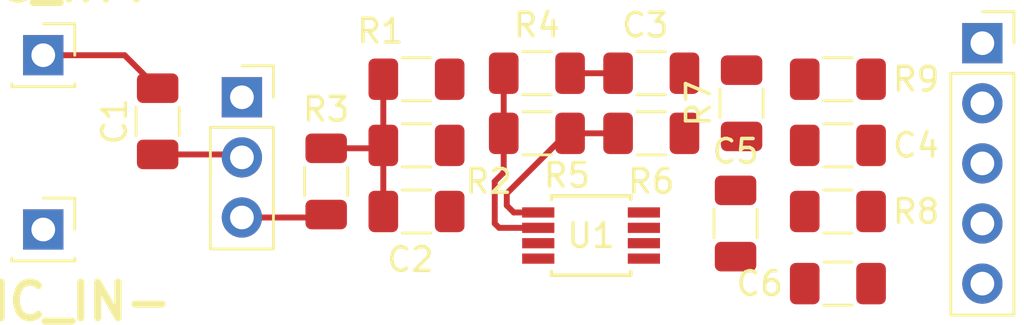
<source format=kicad_pcb>
(kicad_pcb (version 20171130) (host pcbnew "(5.1.6)-1")

  (general
    (thickness 1.6)
    (drawings 7)
    (tracks 23)
    (zones 0)
    (modules 20)
    (nets 15)
  )

  (page A4)
  (title_block
    (title "Input Signal Conditioner (ISC)")
    (date 2020-10-23)
    (rev A)
    (company "Senior Design FA20/SP21")
    (comment 1 "Designer: David Pierce Walker-Howell")
  )

  (layers
    (0 F.Cu signal)
    (31 B.Cu signal)
    (32 B.Adhes user hide)
    (33 F.Adhes user hide)
    (34 B.Paste user hide)
    (35 F.Paste user hide)
    (36 B.SilkS user)
    (37 F.SilkS user hide)
    (38 B.Mask user hide)
    (39 F.Mask user hide)
    (40 Dwgs.User user hide)
    (41 Cmts.User user hide)
    (42 Eco1.User user hide)
    (43 Eco2.User user hide)
    (44 Edge.Cuts user)
    (45 Margin user hide)
    (46 B.CrtYd user)
    (47 F.CrtYd user)
    (48 B.Fab user hide)
    (49 F.Fab user hide)
  )

  (setup
    (last_trace_width 0.25)
    (trace_clearance 0.2)
    (zone_clearance 0.508)
    (zone_45_only no)
    (trace_min 0.2)
    (via_size 0.8)
    (via_drill 0.4)
    (via_min_size 0.4)
    (via_min_drill 0.3)
    (uvia_size 0.3)
    (uvia_drill 0.1)
    (uvias_allowed no)
    (uvia_min_size 0.2)
    (uvia_min_drill 0.1)
    (edge_width 0.05)
    (segment_width 0.2)
    (pcb_text_width 0.3)
    (pcb_text_size 1.5 1.5)
    (mod_edge_width 0.12)
    (mod_text_size 1 1)
    (mod_text_width 0.15)
    (pad_size 1.25 1.75)
    (pad_drill 0)
    (pad_to_mask_clearance 0.05)
    (aux_axis_origin 0 0)
    (visible_elements 7FFFFFFF)
    (pcbplotparams
      (layerselection 0x010fc_ffffffff)
      (usegerberextensions false)
      (usegerberattributes true)
      (usegerberadvancedattributes true)
      (creategerberjobfile true)
      (excludeedgelayer true)
      (linewidth 0.100000)
      (plotframeref false)
      (viasonmask false)
      (mode 1)
      (useauxorigin false)
      (hpglpennumber 1)
      (hpglpenspeed 20)
      (hpglpendiameter 15.000000)
      (psnegative false)
      (psa4output false)
      (plotreference true)
      (plotvalue true)
      (plotinvisibletext false)
      (padsonsilk false)
      (subtractmaskfromsilk false)
      (outputformat 1)
      (mirror false)
      (drillshape 1)
      (scaleselection 1)
      (outputdirectory ""))
  )

  (net 0 "")
  (net 1 "Net-(C1-Pad1)")
  (net 2 MIC_IN+)
  (net 3 GND)
  (net 4 "Net-(C2-Pad1)")
  (net 5 "Net-(C3-Pad1)")
  (net 6 "Net-(C4-Pad1)")
  (net 7 "Net-(C5-Pad2)")
  (net 8 3.3V)
  (net 9 ADC_IN)
  (net 10 BYPASS)
  (net 11 "Net-(R4-Pad1)")
  (net 12 /FILT_OUT)
  (net 13 /FILT_IN)
  (net 14 /AMP_IN)

  (net_class Default "This is the default net class."
    (clearance 0.2)
    (trace_width 0.25)
    (via_dia 0.8)
    (via_drill 0.4)
    (uvia_dia 0.3)
    (uvia_drill 0.1)
    (add_net /AMP_IN)
    (add_net /FILT_IN)
    (add_net /FILT_OUT)
    (add_net 3.3V)
    (add_net ADC_IN)
    (add_net BYPASS)
    (add_net GND)
    (add_net MIC_IN+)
    (add_net "Net-(C1-Pad1)")
    (add_net "Net-(C2-Pad1)")
    (add_net "Net-(C3-Pad1)")
    (add_net "Net-(C4-Pad1)")
    (add_net "Net-(C5-Pad2)")
    (add_net "Net-(R4-Pad1)")
  )

  (net_class 2_SIGNAL_SDSU_MILL ""
    (clearance 0.2)
    (trace_width 0.7)
    (via_dia 1.4)
    (via_drill 0.7)
    (uvia_dia 0.3)
    (uvia_drill 0.1)
  )

  (net_class PWR_SDSU_MILL ""
    (clearance 0.9)
    (trace_width 1.27)
    (via_dia 1.4)
    (via_drill 0.7)
    (uvia_dia 0.3)
    (uvia_drill 0.1)
  )

  (net_class SIGNAL_SDSU_MILL ""
    (clearance 0.9)
    (trace_width 0.7)
    (via_dia 1.4)
    (via_drill 0.7)
    (uvia_dia 0.3)
    (uvia_drill 0.1)
  )

  (module Capacitor_SMD:C_1206_3216Metric (layer F.Cu) (tedit 5B301BBE) (tstamp 5F943C8C)
    (at 118.364 93.98 90)
    (descr "Capacitor SMD 1206 (3216 Metric), square (rectangular) end terminal, IPC_7351 nominal, (Body size source: http://www.tortai-tech.com/upload/download/2011102023233369053.pdf), generated with kicad-footprint-generator")
    (tags capacitor)
    (path /5F907010)
    (attr smd)
    (fp_text reference C1 (at 0 -1.82 90) (layer F.SilkS)
      (effects (font (size 1 1) (thickness 0.15)))
    )
    (fp_text value 220n (at 0 1.82 90) (layer F.Fab)
      (effects (font (size 1 1) (thickness 0.15)))
    )
    (fp_line (start -1.6 0.8) (end -1.6 -0.8) (layer F.Fab) (width 0.1))
    (fp_line (start -1.6 -0.8) (end 1.6 -0.8) (layer F.Fab) (width 0.1))
    (fp_line (start 1.6 -0.8) (end 1.6 0.8) (layer F.Fab) (width 0.1))
    (fp_line (start 1.6 0.8) (end -1.6 0.8) (layer F.Fab) (width 0.1))
    (fp_line (start -0.602064 -0.91) (end 0.602064 -0.91) (layer F.SilkS) (width 0.12))
    (fp_line (start -0.602064 0.91) (end 0.602064 0.91) (layer F.SilkS) (width 0.12))
    (fp_line (start -2.28 1.12) (end -2.28 -1.12) (layer F.CrtYd) (width 0.05))
    (fp_line (start -2.28 -1.12) (end 2.28 -1.12) (layer F.CrtYd) (width 0.05))
    (fp_line (start 2.28 -1.12) (end 2.28 1.12) (layer F.CrtYd) (width 0.05))
    (fp_line (start 2.28 1.12) (end -2.28 1.12) (layer F.CrtYd) (width 0.05))
    (fp_text user %R (at 0 0 90) (layer F.Fab)
      (effects (font (size 0.8 0.8) (thickness 0.12)))
    )
    (pad 1 smd roundrect (at -1.4 0 90) (size 1.25 1.75) (layers F.Cu F.Paste F.Mask) (roundrect_rratio 0.2)
      (net 1 "Net-(C1-Pad1)"))
    (pad 2 smd roundrect (at 1.4 0 90) (size 1.25 1.75) (layers F.Cu F.Paste F.Mask) (roundrect_rratio 0.2)
      (net 2 MIC_IN+))
    (model ${KISYS3DMOD}/Capacitor_SMD.3dshapes/C_1206_3216Metric.wrl
      (at (xyz 0 0 0))
      (scale (xyz 1 1 1))
      (rotate (xyz 0 0 0))
    )
  )

  (module Capacitor_SMD:C_1206_3216Metric (layer F.Cu) (tedit 5B301BBE) (tstamp 5F943C9D)
    (at 129.286 97.79)
    (descr "Capacitor SMD 1206 (3216 Metric), square (rectangular) end terminal, IPC_7351 nominal, (Body size source: http://www.tortai-tech.com/upload/download/2011102023233369053.pdf), generated with kicad-footprint-generator")
    (tags capacitor)
    (path /5F905525)
    (attr smd)
    (fp_text reference C2 (at -0.254 2.032) (layer F.SilkS)
      (effects (font (size 1 1) (thickness 0.15)))
    )
    (fp_text value 4.7u (at 0 1.82) (layer F.Fab)
      (effects (font (size 1 1) (thickness 0.15)))
    )
    (fp_line (start 2.28 1.12) (end -2.28 1.12) (layer F.CrtYd) (width 0.05))
    (fp_line (start 2.28 -1.12) (end 2.28 1.12) (layer F.CrtYd) (width 0.05))
    (fp_line (start -2.28 -1.12) (end 2.28 -1.12) (layer F.CrtYd) (width 0.05))
    (fp_line (start -2.28 1.12) (end -2.28 -1.12) (layer F.CrtYd) (width 0.05))
    (fp_line (start -0.602064 0.91) (end 0.602064 0.91) (layer F.SilkS) (width 0.12))
    (fp_line (start -0.602064 -0.91) (end 0.602064 -0.91) (layer F.SilkS) (width 0.12))
    (fp_line (start 1.6 0.8) (end -1.6 0.8) (layer F.Fab) (width 0.1))
    (fp_line (start 1.6 -0.8) (end 1.6 0.8) (layer F.Fab) (width 0.1))
    (fp_line (start -1.6 -0.8) (end 1.6 -0.8) (layer F.Fab) (width 0.1))
    (fp_line (start -1.6 0.8) (end -1.6 -0.8) (layer F.Fab) (width 0.1))
    (fp_text user %R (at 0 0) (layer F.Fab)
      (effects (font (size 0.8 0.8) (thickness 0.12)))
    )
    (pad 2 smd roundrect (at 1.4 0) (size 1.25 1.75) (layers F.Cu F.Paste F.Mask) (roundrect_rratio 0.2)
      (net 3 GND))
    (pad 1 smd roundrect (at -1.4 0) (size 1.25 1.75) (layers F.Cu F.Paste F.Mask) (roundrect_rratio 0.2)
      (net 4 "Net-(C2-Pad1)"))
    (model ${KISYS3DMOD}/Capacitor_SMD.3dshapes/C_1206_3216Metric.wrl
      (at (xyz 0 0 0))
      (scale (xyz 1 1 1))
      (rotate (xyz 0 0 0))
    )
  )

  (module Capacitor_SMD:C_1206_3216Metric (layer F.Cu) (tedit 5B301BBE) (tstamp 5F943CAE)
    (at 139.192 91.948)
    (descr "Capacitor SMD 1206 (3216 Metric), square (rectangular) end terminal, IPC_7351 nominal, (Body size source: http://www.tortai-tech.com/upload/download/2011102023233369053.pdf), generated with kicad-footprint-generator")
    (tags capacitor)
    (path /5F90DD24)
    (attr smd)
    (fp_text reference C3 (at -0.254 -2.032) (layer F.SilkS)
      (effects (font (size 1 1) (thickness 0.15)))
    )
    (fp_text value 4.7u (at 0 1.82) (layer F.Fab)
      (effects (font (size 1 1) (thickness 0.15)))
    )
    (fp_line (start -1.6 0.8) (end -1.6 -0.8) (layer F.Fab) (width 0.1))
    (fp_line (start -1.6 -0.8) (end 1.6 -0.8) (layer F.Fab) (width 0.1))
    (fp_line (start 1.6 -0.8) (end 1.6 0.8) (layer F.Fab) (width 0.1))
    (fp_line (start 1.6 0.8) (end -1.6 0.8) (layer F.Fab) (width 0.1))
    (fp_line (start -0.602064 -0.91) (end 0.602064 -0.91) (layer F.SilkS) (width 0.12))
    (fp_line (start -0.602064 0.91) (end 0.602064 0.91) (layer F.SilkS) (width 0.12))
    (fp_line (start -2.28 1.12) (end -2.28 -1.12) (layer F.CrtYd) (width 0.05))
    (fp_line (start -2.28 -1.12) (end 2.28 -1.12) (layer F.CrtYd) (width 0.05))
    (fp_line (start 2.28 -1.12) (end 2.28 1.12) (layer F.CrtYd) (width 0.05))
    (fp_line (start 2.28 1.12) (end -2.28 1.12) (layer F.CrtYd) (width 0.05))
    (fp_text user %R (at 0 0) (layer F.Fab)
      (effects (font (size 0.8 0.8) (thickness 0.12)))
    )
    (pad 1 smd roundrect (at -1.4 0) (size 1.25 1.75) (layers F.Cu F.Paste F.Mask) (roundrect_rratio 0.2)
      (net 5 "Net-(C3-Pad1)"))
    (pad 2 smd roundrect (at 1.4 0) (size 1.25 1.75) (layers F.Cu F.Paste F.Mask) (roundrect_rratio 0.2)
      (net 3 GND))
    (model ${KISYS3DMOD}/Capacitor_SMD.3dshapes/C_1206_3216Metric.wrl
      (at (xyz 0 0 0))
      (scale (xyz 1 1 1))
      (rotate (xyz 0 0 0))
    )
  )

  (module Capacitor_SMD:C_1206_3216Metric (layer F.Cu) (tedit 5B301BBE) (tstamp 5F943CBF)
    (at 147.066 94.996)
    (descr "Capacitor SMD 1206 (3216 Metric), square (rectangular) end terminal, IPC_7351 nominal, (Body size source: http://www.tortai-tech.com/upload/download/2011102023233369053.pdf), generated with kicad-footprint-generator")
    (tags capacitor)
    (path /5F90235B)
    (attr smd)
    (fp_text reference C4 (at 3.302 0) (layer F.SilkS)
      (effects (font (size 1 1) (thickness 0.15)))
    )
    (fp_text value 2.5n (at 0 1.82) (layer F.Fab)
      (effects (font (size 1 1) (thickness 0.15)))
    )
    (fp_line (start 2.28 1.12) (end -2.28 1.12) (layer F.CrtYd) (width 0.05))
    (fp_line (start 2.28 -1.12) (end 2.28 1.12) (layer F.CrtYd) (width 0.05))
    (fp_line (start -2.28 -1.12) (end 2.28 -1.12) (layer F.CrtYd) (width 0.05))
    (fp_line (start -2.28 1.12) (end -2.28 -1.12) (layer F.CrtYd) (width 0.05))
    (fp_line (start -0.602064 0.91) (end 0.602064 0.91) (layer F.SilkS) (width 0.12))
    (fp_line (start -0.602064 -0.91) (end 0.602064 -0.91) (layer F.SilkS) (width 0.12))
    (fp_line (start 1.6 0.8) (end -1.6 0.8) (layer F.Fab) (width 0.1))
    (fp_line (start 1.6 -0.8) (end 1.6 0.8) (layer F.Fab) (width 0.1))
    (fp_line (start -1.6 -0.8) (end 1.6 -0.8) (layer F.Fab) (width 0.1))
    (fp_line (start -1.6 0.8) (end -1.6 -0.8) (layer F.Fab) (width 0.1))
    (fp_text user %R (at 0 0) (layer F.Fab)
      (effects (font (size 0.8 0.8) (thickness 0.12)))
    )
    (pad 2 smd roundrect (at 1.4 0) (size 1.25 1.75) (layers F.Cu F.Paste F.Mask) (roundrect_rratio 0.2)
      (net 3 GND))
    (pad 1 smd roundrect (at -1.4 0) (size 1.25 1.75) (layers F.Cu F.Paste F.Mask) (roundrect_rratio 0.2)
      (net 6 "Net-(C4-Pad1)"))
    (model ${KISYS3DMOD}/Capacitor_SMD.3dshapes/C_1206_3216Metric.wrl
      (at (xyz 0 0 0))
      (scale (xyz 1 1 1))
      (rotate (xyz 0 0 0))
    )
  )

  (module Capacitor_SMD:C_1206_3216Metric (layer F.Cu) (tedit 5B301BBE) (tstamp 5F948171)
    (at 142.748 98.298 90)
    (descr "Capacitor SMD 1206 (3216 Metric), square (rectangular) end terminal, IPC_7351 nominal, (Body size source: http://www.tortai-tech.com/upload/download/2011102023233369053.pdf), generated with kicad-footprint-generator")
    (tags capacitor)
    (path /5F94FD5B)
    (attr smd)
    (fp_text reference C5 (at 3.048 0 180) (layer F.SilkS)
      (effects (font (size 1 1) (thickness 0.15)))
    )
    (fp_text value 5n (at 0 1.82 90) (layer F.Fab)
      (effects (font (size 1 1) (thickness 0.15)))
    )
    (fp_line (start -1.6 0.8) (end -1.6 -0.8) (layer F.Fab) (width 0.1))
    (fp_line (start -1.6 -0.8) (end 1.6 -0.8) (layer F.Fab) (width 0.1))
    (fp_line (start 1.6 -0.8) (end 1.6 0.8) (layer F.Fab) (width 0.1))
    (fp_line (start 1.6 0.8) (end -1.6 0.8) (layer F.Fab) (width 0.1))
    (fp_line (start -0.602064 -0.91) (end 0.602064 -0.91) (layer F.SilkS) (width 0.12))
    (fp_line (start -0.602064 0.91) (end 0.602064 0.91) (layer F.SilkS) (width 0.12))
    (fp_line (start -2.28 1.12) (end -2.28 -1.12) (layer F.CrtYd) (width 0.05))
    (fp_line (start -2.28 -1.12) (end 2.28 -1.12) (layer F.CrtYd) (width 0.05))
    (fp_line (start 2.28 -1.12) (end 2.28 1.12) (layer F.CrtYd) (width 0.05))
    (fp_line (start 2.28 1.12) (end -2.28 1.12) (layer F.CrtYd) (width 0.05))
    (fp_text user %R (at 0 0 90) (layer F.Fab)
      (effects (font (size 0.8 0.8) (thickness 0.12)))
    )
    (pad 1 smd roundrect (at -1.4 0 90) (size 1.25 1.75) (layers F.Cu F.Paste F.Mask) (roundrect_rratio 0.2)
      (net 12 /FILT_OUT))
    (pad 2 smd roundrect (at 1.4 0 90) (size 1.25 1.75) (layers F.Cu F.Paste F.Mask) (roundrect_rratio 0.2)
      (net 7 "Net-(C5-Pad2)"))
    (model ${KISYS3DMOD}/Capacitor_SMD.3dshapes/C_1206_3216Metric.wrl
      (at (xyz 0 0 0))
      (scale (xyz 1 1 1))
      (rotate (xyz 0 0 0))
    )
  )

  (module Capacitor_SMD:C_1206_3216Metric (layer F.Cu) (tedit 5B301BBE) (tstamp 5F944925)
    (at 147.066 100.838 180)
    (descr "Capacitor SMD 1206 (3216 Metric), square (rectangular) end terminal, IPC_7351 nominal, (Body size source: http://www.tortai-tech.com/upload/download/2011102023233369053.pdf), generated with kicad-footprint-generator")
    (tags capacitor)
    (path /5F9621B2)
    (attr smd)
    (fp_text reference C6 (at 3.302 0) (layer F.SilkS)
      (effects (font (size 1 1) (thickness 0.15)))
    )
    (fp_text value 0.1u (at 0 1.82) (layer F.Fab)
      (effects (font (size 1 1) (thickness 0.15)))
    )
    (fp_line (start 2.28 1.12) (end -2.28 1.12) (layer F.CrtYd) (width 0.05))
    (fp_line (start 2.28 -1.12) (end 2.28 1.12) (layer F.CrtYd) (width 0.05))
    (fp_line (start -2.28 -1.12) (end 2.28 -1.12) (layer F.CrtYd) (width 0.05))
    (fp_line (start -2.28 1.12) (end -2.28 -1.12) (layer F.CrtYd) (width 0.05))
    (fp_line (start -0.602064 0.91) (end 0.602064 0.91) (layer F.SilkS) (width 0.12))
    (fp_line (start -0.602064 -0.91) (end 0.602064 -0.91) (layer F.SilkS) (width 0.12))
    (fp_line (start 1.6 0.8) (end -1.6 0.8) (layer F.Fab) (width 0.1))
    (fp_line (start 1.6 -0.8) (end 1.6 0.8) (layer F.Fab) (width 0.1))
    (fp_line (start -1.6 -0.8) (end 1.6 -0.8) (layer F.Fab) (width 0.1))
    (fp_line (start -1.6 0.8) (end -1.6 -0.8) (layer F.Fab) (width 0.1))
    (fp_text user %R (at 0 0) (layer F.Fab)
      (effects (font (size 0.8 0.8) (thickness 0.12)))
    )
    (pad 2 smd roundrect (at 1.4 0 180) (size 1.25 1.75) (layers F.Cu F.Paste F.Mask) (roundrect_rratio 0.2)
      (net 3 GND))
    (pad 1 smd roundrect (at -1.4 0 180) (size 1.25 1.75) (layers F.Cu F.Paste F.Mask) (roundrect_rratio 0.2)
      (net 8 3.3V))
    (model ${KISYS3DMOD}/Capacitor_SMD.3dshapes/C_1206_3216Metric.wrl
      (at (xyz 0 0 0))
      (scale (xyz 1 1 1))
      (rotate (xyz 0 0 0))
    )
  )

  (module Connector_PinSocket_2.54mm:PinSocket_1x01_P2.54mm_Vertical (layer F.Cu) (tedit 5A19A434) (tstamp 5F9441C6)
    (at 113.538 91.186)
    (descr "Through hole straight socket strip, 1x01, 2.54mm pitch, single row (from Kicad 4.0.7), script generated")
    (tags "Through hole socket strip THT 1x01 2.54mm single row")
    (path /5F94CBF1)
    (fp_text reference J1 (at 0 -2.77) (layer F.SilkS) hide
      (effects (font (size 1 1) (thickness 0.15)))
    )
    (fp_text value Conn_01x01 (at 0 2.77) (layer F.Fab) hide
      (effects (font (size 1 1) (thickness 0.15)))
    )
    (fp_line (start -1.8 1.75) (end -1.8 -1.8) (layer F.CrtYd) (width 0.05))
    (fp_line (start 1.75 1.75) (end -1.8 1.75) (layer F.CrtYd) (width 0.05))
    (fp_line (start 1.75 -1.8) (end 1.75 1.75) (layer F.CrtYd) (width 0.05))
    (fp_line (start -1.8 -1.8) (end 1.75 -1.8) (layer F.CrtYd) (width 0.05))
    (fp_line (start 0 -1.33) (end 1.33 -1.33) (layer F.SilkS) (width 0.12))
    (fp_line (start 1.33 -1.33) (end 1.33 0) (layer F.SilkS) (width 0.12))
    (fp_line (start 1.33 1.21) (end 1.33 1.33) (layer F.SilkS) (width 0.12))
    (fp_line (start -1.33 1.21) (end -1.33 1.33) (layer F.SilkS) (width 0.12))
    (fp_line (start -1.33 1.33) (end 1.33 1.33) (layer F.SilkS) (width 0.12))
    (fp_line (start -1.27 1.27) (end -1.27 -1.27) (layer F.Fab) (width 0.1))
    (fp_line (start 1.27 1.27) (end -1.27 1.27) (layer F.Fab) (width 0.1))
    (fp_line (start 1.27 -0.635) (end 1.27 1.27) (layer F.Fab) (width 0.1))
    (fp_line (start 0.635 -1.27) (end 1.27 -0.635) (layer F.Fab) (width 0.1))
    (fp_line (start -1.27 -1.27) (end 0.635 -1.27) (layer F.Fab) (width 0.1))
    (fp_text user %R (at 0 0) (layer F.Fab) hide
      (effects (font (size 1 1) (thickness 0.15)))
    )
    (pad 1 thru_hole rect (at 0 0) (size 1.7 1.7) (drill 1) (layers *.Cu *.Mask)
      (net 2 MIC_IN+))
    (model ${KISYS3DMOD}/Connector_PinSocket_2.54mm.3dshapes/PinSocket_1x01_P2.54mm_Vertical.wrl
      (at (xyz 0 0 0))
      (scale (xyz 1 1 1))
      (rotate (xyz 0 0 0))
    )
  )

  (module Connector_PinSocket_2.54mm:PinSocket_1x01_P2.54mm_Vertical (layer F.Cu) (tedit 5A19A434) (tstamp 5F944262)
    (at 113.538 98.552)
    (descr "Through hole straight socket strip, 1x01, 2.54mm pitch, single row (from Kicad 4.0.7), script generated")
    (tags "Through hole socket strip THT 1x01 2.54mm single row")
    (path /5F9504CB)
    (fp_text reference J2 (at 0 -2.77) (layer F.SilkS) hide
      (effects (font (size 1 1) (thickness 0.15)))
    )
    (fp_text value Conn_01x01 (at 0 2.77) (layer F.Fab) hide
      (effects (font (size 1 1) (thickness 0.15)))
    )
    (fp_line (start -1.27 -1.27) (end 0.635 -1.27) (layer F.Fab) (width 0.1))
    (fp_line (start 0.635 -1.27) (end 1.27 -0.635) (layer F.Fab) (width 0.1))
    (fp_line (start 1.27 -0.635) (end 1.27 1.27) (layer F.Fab) (width 0.1))
    (fp_line (start 1.27 1.27) (end -1.27 1.27) (layer F.Fab) (width 0.1))
    (fp_line (start -1.27 1.27) (end -1.27 -1.27) (layer F.Fab) (width 0.1))
    (fp_line (start -1.33 1.33) (end 1.33 1.33) (layer F.SilkS) (width 0.12))
    (fp_line (start -1.33 1.21) (end -1.33 1.33) (layer F.SilkS) (width 0.12))
    (fp_line (start 1.33 1.21) (end 1.33 1.33) (layer F.SilkS) (width 0.12))
    (fp_line (start 1.33 -1.33) (end 1.33 0) (layer F.SilkS) (width 0.12))
    (fp_line (start 0 -1.33) (end 1.33 -1.33) (layer F.SilkS) (width 0.12))
    (fp_line (start -1.8 -1.8) (end 1.75 -1.8) (layer F.CrtYd) (width 0.05))
    (fp_line (start 1.75 -1.8) (end 1.75 1.75) (layer F.CrtYd) (width 0.05))
    (fp_line (start 1.75 1.75) (end -1.8 1.75) (layer F.CrtYd) (width 0.05))
    (fp_line (start -1.8 1.75) (end -1.8 -1.8) (layer F.CrtYd) (width 0.05))
    (fp_text user %R (at 0 0) (layer F.Fab) hide
      (effects (font (size 1 1) (thickness 0.15)))
    )
    (pad 1 thru_hole rect (at 0 0) (size 1.7 1.7) (drill 1) (layers *.Cu *.Mask)
      (net 3 GND))
    (model ${KISYS3DMOD}/Connector_PinSocket_2.54mm.3dshapes/PinSocket_1x01_P2.54mm_Vertical.wrl
      (at (xyz 0 0 0))
      (scale (xyz 1 1 1))
      (rotate (xyz 0 0 0))
    )
  )

  (module Connector_PinSocket_2.54mm:PinSocket_1x05_P2.54mm_Vertical (layer F.Cu) (tedit 5A19A420) (tstamp 5F943D22)
    (at 153.162 90.678)
    (descr "Through hole straight socket strip, 1x05, 2.54mm pitch, single row (from Kicad 4.0.7), script generated")
    (tags "Through hole socket strip THT 1x05 2.54mm single row")
    (path /5F91BE34)
    (fp_text reference J3 (at 0 -2.77) (layer F.SilkS) hide
      (effects (font (size 1 1) (thickness 0.15)))
    )
    (fp_text value Conn_01x05 (at 3.556 12.7) (layer F.Fab) hide
      (effects (font (size 1 1) (thickness 0.15)))
    )
    (fp_line (start -1.27 -1.27) (end 0.635 -1.27) (layer F.Fab) (width 0.1))
    (fp_line (start 0.635 -1.27) (end 1.27 -0.635) (layer F.Fab) (width 0.1))
    (fp_line (start 1.27 -0.635) (end 1.27 11.43) (layer F.Fab) (width 0.1))
    (fp_line (start 1.27 11.43) (end -1.27 11.43) (layer F.Fab) (width 0.1))
    (fp_line (start -1.27 11.43) (end -1.27 -1.27) (layer F.Fab) (width 0.1))
    (fp_line (start -1.33 1.27) (end 1.33 1.27) (layer F.SilkS) (width 0.12))
    (fp_line (start -1.33 1.27) (end -1.33 11.49) (layer F.SilkS) (width 0.12))
    (fp_line (start -1.33 11.49) (end 1.33 11.49) (layer F.SilkS) (width 0.12))
    (fp_line (start 1.33 1.27) (end 1.33 11.49) (layer F.SilkS) (width 0.12))
    (fp_line (start 1.33 -1.33) (end 1.33 0) (layer F.SilkS) (width 0.12))
    (fp_line (start 0 -1.33) (end 1.33 -1.33) (layer F.SilkS) (width 0.12))
    (fp_line (start -1.8 -1.8) (end 1.75 -1.8) (layer F.CrtYd) (width 0.05))
    (fp_line (start 1.75 -1.8) (end 1.75 11.9) (layer F.CrtYd) (width 0.05))
    (fp_line (start 1.75 11.9) (end -1.8 11.9) (layer F.CrtYd) (width 0.05))
    (fp_line (start -1.8 11.9) (end -1.8 -1.8) (layer F.CrtYd) (width 0.05))
    (fp_text user %R (at 0 5.08 90) (layer F.Fab) hide
      (effects (font (size 1 1) (thickness 0.15)))
    )
    (pad 1 thru_hole rect (at 0 0) (size 1.7 1.7) (drill 1) (layers *.Cu *.Mask)
      (net 3 GND))
    (pad 2 thru_hole oval (at 0 2.54) (size 1.7 1.7) (drill 1) (layers *.Cu *.Mask)
      (net 10 BYPASS))
    (pad 3 thru_hole oval (at 0 5.08) (size 1.7 1.7) (drill 1) (layers *.Cu *.Mask)
      (net 9 ADC_IN))
    (pad 4 thru_hole oval (at 0 7.62) (size 1.7 1.7) (drill 1) (layers *.Cu *.Mask)
      (net 3 GND))
    (pad 5 thru_hole oval (at 0 10.16) (size 1.7 1.7) (drill 1) (layers *.Cu *.Mask)
      (net 8 3.3V))
    (model ${KISYS3DMOD}/Connector_PinSocket_2.54mm.3dshapes/PinSocket_1x05_P2.54mm_Vertical.wrl
      (at (xyz 0 0 0))
      (scale (xyz 1 1 1))
      (rotate (xyz 0 0 0))
    )
  )

  (module Connector_PinSocket_2.54mm:PinSocket_1x03_P2.54mm_Vertical (layer F.Cu) (tedit 5A19A429) (tstamp 5F945A38)
    (at 121.92 92.964)
    (descr "Through hole straight socket strip, 1x03, 2.54mm pitch, single row (from Kicad 4.0.7), script generated")
    (tags "Through hole socket strip THT 1x03 2.54mm single row")
    (path /5F90B259)
    (fp_text reference J4 (at 0 -2.77) (layer F.SilkS) hide
      (effects (font (size 1 1) (thickness 0.15)))
    )
    (fp_text value Conn_01x03 (at 6.604 -3.048) (layer F.Fab) hide
      (effects (font (size 1 1) (thickness 0.15)))
    )
    (fp_line (start -1.27 -1.27) (end 0.635 -1.27) (layer F.Fab) (width 0.1))
    (fp_line (start 0.635 -1.27) (end 1.27 -0.635) (layer F.Fab) (width 0.1))
    (fp_line (start 1.27 -0.635) (end 1.27 6.35) (layer F.Fab) (width 0.1))
    (fp_line (start 1.27 6.35) (end -1.27 6.35) (layer F.Fab) (width 0.1))
    (fp_line (start -1.27 6.35) (end -1.27 -1.27) (layer F.Fab) (width 0.1))
    (fp_line (start -1.33 1.27) (end 1.33 1.27) (layer F.SilkS) (width 0.12))
    (fp_line (start -1.33 1.27) (end -1.33 6.41) (layer F.SilkS) (width 0.12))
    (fp_line (start -1.33 6.41) (end 1.33 6.41) (layer F.SilkS) (width 0.12))
    (fp_line (start 1.33 1.27) (end 1.33 6.41) (layer F.SilkS) (width 0.12))
    (fp_line (start 1.33 -1.33) (end 1.33 0) (layer F.SilkS) (width 0.12))
    (fp_line (start 0 -1.33) (end 1.33 -1.33) (layer F.SilkS) (width 0.12))
    (fp_line (start -1.8 -1.8) (end 1.75 -1.8) (layer F.CrtYd) (width 0.05))
    (fp_line (start 1.75 -1.8) (end 1.75 6.85) (layer F.CrtYd) (width 0.05))
    (fp_line (start 1.75 6.85) (end -1.8 6.85) (layer F.CrtYd) (width 0.05))
    (fp_line (start -1.8 6.85) (end -1.8 -1.8) (layer F.CrtYd) (width 0.05))
    (fp_text user %R (at 0 2.54 90) (layer F.Fab) hide
      (effects (font (size 1 1) (thickness 0.15)))
    )
    (pad 1 thru_hole rect (at 0 0) (size 1.7 1.7) (drill 1) (layers *.Cu *.Mask)
      (net 10 BYPASS))
    (pad 2 thru_hole oval (at 0 2.54) (size 1.7 1.7) (drill 1) (layers *.Cu *.Mask)
      (net 1 "Net-(C1-Pad1)"))
    (pad 3 thru_hole oval (at 0 5.08) (size 1.7 1.7) (drill 1) (layers *.Cu *.Mask)
      (net 14 /AMP_IN))
    (model ${KISYS3DMOD}/Connector_PinSocket_2.54mm.3dshapes/PinSocket_1x03_P2.54mm_Vertical.wrl
      (at (xyz 0 0 0))
      (scale (xyz 1 1 1))
      (rotate (xyz 0 0 0))
    )
  )

  (module Resistor_SMD:R_1206_3216Metric (layer F.Cu) (tedit 5F93265E) (tstamp 5F943D4A)
    (at 129.286 92.202 180)
    (descr "Resistor SMD 1206 (3216 Metric), square (rectangular) end terminal, IPC_7351 nominal, (Body size source: http://www.tortai-tech.com/upload/download/2011102023233369053.pdf), generated with kicad-footprint-generator")
    (tags resistor)
    (path /5F90209C)
    (attr smd)
    (fp_text reference R1 (at 1.524 2.032) (layer F.SilkS)
      (effects (font (size 1 1) (thickness 0.15)))
    )
    (fp_text value 50K (at 0 1.82) (layer F.Fab) hide
      (effects (font (size 1 1) (thickness 0.15)))
    )
    (fp_line (start 2.28 1.12) (end -2.28 1.12) (layer F.CrtYd) (width 0.05))
    (fp_line (start 2.28 -1.12) (end 2.28 1.12) (layer F.CrtYd) (width 0.05))
    (fp_line (start -2.28 -1.12) (end 2.28 -1.12) (layer F.CrtYd) (width 0.05))
    (fp_line (start -2.28 1.12) (end -2.28 -1.12) (layer F.CrtYd) (width 0.05))
    (fp_line (start -0.602064 0.91) (end 0.602064 0.91) (layer F.SilkS) (width 0.12))
    (fp_line (start -0.602064 -0.91) (end 0.602064 -0.91) (layer F.SilkS) (width 0.12))
    (fp_line (start 1.6 0.8) (end -1.6 0.8) (layer F.Fab) (width 0.1))
    (fp_line (start 1.6 -0.8) (end 1.6 0.8) (layer F.Fab) (width 0.1))
    (fp_line (start -1.6 -0.8) (end 1.6 -0.8) (layer F.Fab) (width 0.1))
    (fp_line (start -1.6 0.8) (end -1.6 -0.8) (layer F.Fab) (width 0.1))
    (fp_text user %R (at 0 0) (layer F.Fab) hide
      (effects (font (size 0.8 0.8) (thickness 0.12)))
    )
    (pad 2 smd roundrect (at 1.4 0 180) (size 1.25 1.75) (layers F.Cu F.Paste F.Mask) (roundrect_rratio 0.2)
      (net 4 "Net-(C2-Pad1)"))
    (pad 1 smd roundrect (at -1.4 0 180) (size 1.25 1.75) (layers F.Cu F.Paste F.Mask) (roundrect_rratio 0.2)
      (net 8 3.3V))
    (model ${KISYS3DMOD}/Resistor_SMD.3dshapes/R_1206_3216Metric.wrl
      (at (xyz 0 0 0))
      (scale (xyz 1 1 1))
      (rotate (xyz 0 0 0))
    )
  )

  (module Resistor_SMD:R_1206_3216Metric (layer F.Cu) (tedit 5B301BBD) (tstamp 5F943D5B)
    (at 129.286 94.996)
    (descr "Resistor SMD 1206 (3216 Metric), square (rectangular) end terminal, IPC_7351 nominal, (Body size source: http://www.tortai-tech.com/upload/download/2011102023233369053.pdf), generated with kicad-footprint-generator")
    (tags resistor)
    (path /5F90305A)
    (attr smd)
    (fp_text reference R2 (at 3.048 1.524) (layer F.SilkS)
      (effects (font (size 1 1) (thickness 0.15)))
    )
    (fp_text value 50K (at 0 1.82) (layer F.Fab) hide
      (effects (font (size 1 1) (thickness 0.15)))
    )
    (fp_line (start -1.6 0.8) (end -1.6 -0.8) (layer F.Fab) (width 0.1))
    (fp_line (start -1.6 -0.8) (end 1.6 -0.8) (layer F.Fab) (width 0.1))
    (fp_line (start 1.6 -0.8) (end 1.6 0.8) (layer F.Fab) (width 0.1))
    (fp_line (start 1.6 0.8) (end -1.6 0.8) (layer F.Fab) (width 0.1))
    (fp_line (start -0.602064 -0.91) (end 0.602064 -0.91) (layer F.SilkS) (width 0.12))
    (fp_line (start -0.602064 0.91) (end 0.602064 0.91) (layer F.SilkS) (width 0.12))
    (fp_line (start -2.28 1.12) (end -2.28 -1.12) (layer F.CrtYd) (width 0.05))
    (fp_line (start -2.28 -1.12) (end 2.28 -1.12) (layer F.CrtYd) (width 0.05))
    (fp_line (start 2.28 -1.12) (end 2.28 1.12) (layer F.CrtYd) (width 0.05))
    (fp_line (start 2.28 1.12) (end -2.28 1.12) (layer F.CrtYd) (width 0.05))
    (fp_text user %R (at 0 0) (layer F.Fab) hide
      (effects (font (size 0.8 0.8) (thickness 0.12)))
    )
    (pad 1 smd roundrect (at -1.4 0) (size 1.25 1.75) (layers F.Cu F.Paste F.Mask) (roundrect_rratio 0.2)
      (net 4 "Net-(C2-Pad1)"))
    (pad 2 smd roundrect (at 1.4 0) (size 1.25 1.75) (layers F.Cu F.Paste F.Mask) (roundrect_rratio 0.2)
      (net 3 GND))
    (model ${KISYS3DMOD}/Resistor_SMD.3dshapes/R_1206_3216Metric.wrl
      (at (xyz 0 0 0))
      (scale (xyz 1 1 1))
      (rotate (xyz 0 0 0))
    )
  )

  (module Resistor_SMD:R_1206_3216Metric (layer F.Cu) (tedit 5B301BBD) (tstamp 5F945E2D)
    (at 125.476 96.52 90)
    (descr "Resistor SMD 1206 (3216 Metric), square (rectangular) end terminal, IPC_7351 nominal, (Body size source: http://www.tortai-tech.com/upload/download/2011102023233369053.pdf), generated with kicad-footprint-generator")
    (tags resistor)
    (path /5F903958)
    (attr smd)
    (fp_text reference R3 (at 3.048 0 180) (layer F.SilkS)
      (effects (font (size 1 1) (thickness 0.15)))
    )
    (fp_text value 100K (at 0 1.82 90) (layer F.Fab)
      (effects (font (size 1 1) (thickness 0.15)))
    )
    (fp_line (start 2.28 1.12) (end -2.28 1.12) (layer F.CrtYd) (width 0.05))
    (fp_line (start 2.28 -1.12) (end 2.28 1.12) (layer F.CrtYd) (width 0.05))
    (fp_line (start -2.28 -1.12) (end 2.28 -1.12) (layer F.CrtYd) (width 0.05))
    (fp_line (start -2.28 1.12) (end -2.28 -1.12) (layer F.CrtYd) (width 0.05))
    (fp_line (start -0.602064 0.91) (end 0.602064 0.91) (layer F.SilkS) (width 0.12))
    (fp_line (start -0.602064 -0.91) (end 0.602064 -0.91) (layer F.SilkS) (width 0.12))
    (fp_line (start 1.6 0.8) (end -1.6 0.8) (layer F.Fab) (width 0.1))
    (fp_line (start 1.6 -0.8) (end 1.6 0.8) (layer F.Fab) (width 0.1))
    (fp_line (start -1.6 -0.8) (end 1.6 -0.8) (layer F.Fab) (width 0.1))
    (fp_line (start -1.6 0.8) (end -1.6 -0.8) (layer F.Fab) (width 0.1))
    (fp_text user %R (at 0 0 90) (layer F.Fab)
      (effects (font (size 0.8 0.8) (thickness 0.12)))
    )
    (pad 2 smd roundrect (at 1.4 0 90) (size 1.25 1.75) (layers F.Cu F.Paste F.Mask) (roundrect_rratio 0.2)
      (net 4 "Net-(C2-Pad1)"))
    (pad 1 smd roundrect (at -1.4 0 90) (size 1.25 1.75) (layers F.Cu F.Paste F.Mask) (roundrect_rratio 0.2)
      (net 14 /AMP_IN))
    (model ${KISYS3DMOD}/Resistor_SMD.3dshapes/R_1206_3216Metric.wrl
      (at (xyz 0 0 0))
      (scale (xyz 1 1 1))
      (rotate (xyz 0 0 0))
    )
  )

  (module Resistor_SMD:R_1206_3216Metric (layer F.Cu) (tedit 5B301BBD) (tstamp 5F943D7D)
    (at 134.366 91.948)
    (descr "Resistor SMD 1206 (3216 Metric), square (rectangular) end terminal, IPC_7351 nominal, (Body size source: http://www.tortai-tech.com/upload/download/2011102023233369053.pdf), generated with kicad-footprint-generator")
    (tags resistor)
    (path /5F90F27C)
    (attr smd)
    (fp_text reference R4 (at 0 -2.032) (layer F.SilkS)
      (effects (font (size 1 1) (thickness 0.15)))
    )
    (fp_text value 1K (at 0 1.82) (layer F.Fab)
      (effects (font (size 1 1) (thickness 0.15)))
    )
    (fp_line (start -1.6 0.8) (end -1.6 -0.8) (layer F.Fab) (width 0.1))
    (fp_line (start -1.6 -0.8) (end 1.6 -0.8) (layer F.Fab) (width 0.1))
    (fp_line (start 1.6 -0.8) (end 1.6 0.8) (layer F.Fab) (width 0.1))
    (fp_line (start 1.6 0.8) (end -1.6 0.8) (layer F.Fab) (width 0.1))
    (fp_line (start -0.602064 -0.91) (end 0.602064 -0.91) (layer F.SilkS) (width 0.12))
    (fp_line (start -0.602064 0.91) (end 0.602064 0.91) (layer F.SilkS) (width 0.12))
    (fp_line (start -2.28 1.12) (end -2.28 -1.12) (layer F.CrtYd) (width 0.05))
    (fp_line (start -2.28 -1.12) (end 2.28 -1.12) (layer F.CrtYd) (width 0.05))
    (fp_line (start 2.28 -1.12) (end 2.28 1.12) (layer F.CrtYd) (width 0.05))
    (fp_line (start 2.28 1.12) (end -2.28 1.12) (layer F.CrtYd) (width 0.05))
    (fp_text user %R (at 0 0) (layer F.Fab)
      (effects (font (size 0.8 0.8) (thickness 0.12)))
    )
    (pad 1 smd roundrect (at -1.4 0) (size 1.25 1.75) (layers F.Cu F.Paste F.Mask) (roundrect_rratio 0.2)
      (net 11 "Net-(R4-Pad1)"))
    (pad 2 smd roundrect (at 1.4 0) (size 1.25 1.75) (layers F.Cu F.Paste F.Mask) (roundrect_rratio 0.2)
      (net 5 "Net-(C3-Pad1)"))
    (model ${KISYS3DMOD}/Resistor_SMD.3dshapes/R_1206_3216Metric.wrl
      (at (xyz 0 0 0))
      (scale (xyz 1 1 1))
      (rotate (xyz 0 0 0))
    )
  )

  (module Resistor_SMD:R_1206_3216Metric (layer F.Cu) (tedit 5B301BBD) (tstamp 5F943D8E)
    (at 134.366 94.488 180)
    (descr "Resistor SMD 1206 (3216 Metric), square (rectangular) end terminal, IPC_7351 nominal, (Body size source: http://www.tortai-tech.com/upload/download/2011102023233369053.pdf), generated with kicad-footprint-generator")
    (tags resistor)
    (path /5F90FB0C)
    (attr smd)
    (fp_text reference R5 (at -1.27 -1.778) (layer F.SilkS)
      (effects (font (size 1 1) (thickness 0.15)))
    )
    (fp_text value 50K (at 0 1.82) (layer F.Fab)
      (effects (font (size 1 1) (thickness 0.15)))
    )
    (fp_line (start 2.28 1.12) (end -2.28 1.12) (layer F.CrtYd) (width 0.05))
    (fp_line (start 2.28 -1.12) (end 2.28 1.12) (layer F.CrtYd) (width 0.05))
    (fp_line (start -2.28 -1.12) (end 2.28 -1.12) (layer F.CrtYd) (width 0.05))
    (fp_line (start -2.28 1.12) (end -2.28 -1.12) (layer F.CrtYd) (width 0.05))
    (fp_line (start -0.602064 0.91) (end 0.602064 0.91) (layer F.SilkS) (width 0.12))
    (fp_line (start -0.602064 -0.91) (end 0.602064 -0.91) (layer F.SilkS) (width 0.12))
    (fp_line (start 1.6 0.8) (end -1.6 0.8) (layer F.Fab) (width 0.1))
    (fp_line (start 1.6 -0.8) (end 1.6 0.8) (layer F.Fab) (width 0.1))
    (fp_line (start -1.6 -0.8) (end 1.6 -0.8) (layer F.Fab) (width 0.1))
    (fp_line (start -1.6 0.8) (end -1.6 -0.8) (layer F.Fab) (width 0.1))
    (fp_text user %R (at 0 0) (layer F.Fab)
      (effects (font (size 0.8 0.8) (thickness 0.12)))
    )
    (pad 2 smd roundrect (at 1.4 0 180) (size 1.25 1.75) (layers F.Cu F.Paste F.Mask) (roundrect_rratio 0.2)
      (net 11 "Net-(R4-Pad1)"))
    (pad 1 smd roundrect (at -1.4 0 180) (size 1.25 1.75) (layers F.Cu F.Paste F.Mask) (roundrect_rratio 0.2)
      (net 13 /FILT_IN))
    (model ${KISYS3DMOD}/Resistor_SMD.3dshapes/R_1206_3216Metric.wrl
      (at (xyz 0 0 0))
      (scale (xyz 1 1 1))
      (rotate (xyz 0 0 0))
    )
  )

  (module Resistor_SMD:R_1206_3216Metric (layer F.Cu) (tedit 5B301BBD) (tstamp 5F943D9F)
    (at 139.192 94.488 180)
    (descr "Resistor SMD 1206 (3216 Metric), square (rectangular) end terminal, IPC_7351 nominal, (Body size source: http://www.tortai-tech.com/upload/download/2011102023233369053.pdf), generated with kicad-footprint-generator")
    (tags resistor)
    (path /5F904989)
    (attr smd)
    (fp_text reference R6 (at 0 -2.032) (layer F.SilkS)
      (effects (font (size 1 1) (thickness 0.15)))
    )
    (fp_text value 11.25K (at 0 1.82) (layer F.Fab)
      (effects (font (size 1 1) (thickness 0.15)))
    )
    (fp_line (start 2.28 1.12) (end -2.28 1.12) (layer F.CrtYd) (width 0.05))
    (fp_line (start 2.28 -1.12) (end 2.28 1.12) (layer F.CrtYd) (width 0.05))
    (fp_line (start -2.28 -1.12) (end 2.28 -1.12) (layer F.CrtYd) (width 0.05))
    (fp_line (start -2.28 1.12) (end -2.28 -1.12) (layer F.CrtYd) (width 0.05))
    (fp_line (start -0.602064 0.91) (end 0.602064 0.91) (layer F.SilkS) (width 0.12))
    (fp_line (start -0.602064 -0.91) (end 0.602064 -0.91) (layer F.SilkS) (width 0.12))
    (fp_line (start 1.6 0.8) (end -1.6 0.8) (layer F.Fab) (width 0.1))
    (fp_line (start 1.6 -0.8) (end 1.6 0.8) (layer F.Fab) (width 0.1))
    (fp_line (start -1.6 -0.8) (end 1.6 -0.8) (layer F.Fab) (width 0.1))
    (fp_line (start -1.6 0.8) (end -1.6 -0.8) (layer F.Fab) (width 0.1))
    (fp_text user %R (at 0 0) (layer F.Fab)
      (effects (font (size 0.8 0.8) (thickness 0.12)))
    )
    (pad 2 smd roundrect (at 1.4 0 180) (size 1.25 1.75) (layers F.Cu F.Paste F.Mask) (roundrect_rratio 0.2)
      (net 13 /FILT_IN))
    (pad 1 smd roundrect (at -1.4 0 180) (size 1.25 1.75) (layers F.Cu F.Paste F.Mask) (roundrect_rratio 0.2)
      (net 7 "Net-(C5-Pad2)"))
    (model ${KISYS3DMOD}/Resistor_SMD.3dshapes/R_1206_3216Metric.wrl
      (at (xyz 0 0 0))
      (scale (xyz 1 1 1))
      (rotate (xyz 0 0 0))
    )
  )

  (module Resistor_SMD:R_1206_3216Metric (layer F.Cu) (tedit 5B301BBD) (tstamp 5F945707)
    (at 143.002 93.218 90)
    (descr "Resistor SMD 1206 (3216 Metric), square (rectangular) end terminal, IPC_7351 nominal, (Body size source: http://www.tortai-tech.com/upload/download/2011102023233369053.pdf), generated with kicad-footprint-generator")
    (tags resistor)
    (path /5F9003BB)
    (attr smd)
    (fp_text reference R7 (at 0 -1.82 90) (layer F.SilkS)
      (effects (font (size 1 1) (thickness 0.15)))
    )
    (fp_text value 11.25K (at 0 1.82 90) (layer F.Fab)
      (effects (font (size 1 1) (thickness 0.15)))
    )
    (fp_line (start -1.6 0.8) (end -1.6 -0.8) (layer F.Fab) (width 0.1))
    (fp_line (start -1.6 -0.8) (end 1.6 -0.8) (layer F.Fab) (width 0.1))
    (fp_line (start 1.6 -0.8) (end 1.6 0.8) (layer F.Fab) (width 0.1))
    (fp_line (start 1.6 0.8) (end -1.6 0.8) (layer F.Fab) (width 0.1))
    (fp_line (start -0.602064 -0.91) (end 0.602064 -0.91) (layer F.SilkS) (width 0.12))
    (fp_line (start -0.602064 0.91) (end 0.602064 0.91) (layer F.SilkS) (width 0.12))
    (fp_line (start -2.28 1.12) (end -2.28 -1.12) (layer F.CrtYd) (width 0.05))
    (fp_line (start -2.28 -1.12) (end 2.28 -1.12) (layer F.CrtYd) (width 0.05))
    (fp_line (start 2.28 -1.12) (end 2.28 1.12) (layer F.CrtYd) (width 0.05))
    (fp_line (start 2.28 1.12) (end -2.28 1.12) (layer F.CrtYd) (width 0.05))
    (fp_text user %R (at 0 0 90) (layer F.Fab)
      (effects (font (size 0.8 0.8) (thickness 0.12)))
    )
    (pad 1 smd roundrect (at -1.4 0 90) (size 1.25 1.75) (layers F.Cu F.Paste F.Mask) (roundrect_rratio 0.2)
      (net 7 "Net-(C5-Pad2)"))
    (pad 2 smd roundrect (at 1.4 0 90) (size 1.25 1.75) (layers F.Cu F.Paste F.Mask) (roundrect_rratio 0.2)
      (net 6 "Net-(C4-Pad1)"))
    (model ${KISYS3DMOD}/Resistor_SMD.3dshapes/R_1206_3216Metric.wrl
      (at (xyz 0 0 0))
      (scale (xyz 1 1 1))
      (rotate (xyz 0 0 0))
    )
  )

  (module Resistor_SMD:R_1206_3216Metric (layer F.Cu) (tedit 5B301BBD) (tstamp 5F9480A7)
    (at 147.066 97.79 180)
    (descr "Resistor SMD 1206 (3216 Metric), square (rectangular) end terminal, IPC_7351 nominal, (Body size source: http://www.tortai-tech.com/upload/download/2011102023233369053.pdf), generated with kicad-footprint-generator")
    (tags resistor)
    (path /5F98A740)
    (attr smd)
    (fp_text reference R8 (at -3.302 0) (layer F.SilkS)
      (effects (font (size 1 1) (thickness 0.15)))
    )
    (fp_text value 0 (at 0 1.82) (layer F.Fab)
      (effects (font (size 1 1) (thickness 0.15)))
    )
    (fp_line (start -1.6 0.8) (end -1.6 -0.8) (layer F.Fab) (width 0.1))
    (fp_line (start -1.6 -0.8) (end 1.6 -0.8) (layer F.Fab) (width 0.1))
    (fp_line (start 1.6 -0.8) (end 1.6 0.8) (layer F.Fab) (width 0.1))
    (fp_line (start 1.6 0.8) (end -1.6 0.8) (layer F.Fab) (width 0.1))
    (fp_line (start -0.602064 -0.91) (end 0.602064 -0.91) (layer F.SilkS) (width 0.12))
    (fp_line (start -0.602064 0.91) (end 0.602064 0.91) (layer F.SilkS) (width 0.12))
    (fp_line (start -2.28 1.12) (end -2.28 -1.12) (layer F.CrtYd) (width 0.05))
    (fp_line (start -2.28 -1.12) (end 2.28 -1.12) (layer F.CrtYd) (width 0.05))
    (fp_line (start 2.28 -1.12) (end 2.28 1.12) (layer F.CrtYd) (width 0.05))
    (fp_line (start 2.28 1.12) (end -2.28 1.12) (layer F.CrtYd) (width 0.05))
    (fp_text user %R (at 0 0) (layer F.Fab)
      (effects (font (size 0.8 0.8) (thickness 0.12)))
    )
    (pad 1 smd roundrect (at -1.4 0 180) (size 1.25 1.75) (layers F.Cu F.Paste F.Mask) (roundrect_rratio 0.2)
      (net 9 ADC_IN))
    (pad 2 smd roundrect (at 1.4 0 180) (size 1.25 1.75) (layers F.Cu F.Paste F.Mask) (roundrect_rratio 0.2)
      (net 12 /FILT_OUT))
    (model ${KISYS3DMOD}/Resistor_SMD.3dshapes/R_1206_3216Metric.wrl
      (at (xyz 0 0 0))
      (scale (xyz 1 1 1))
      (rotate (xyz 0 0 0))
    )
  )

  (module Resistor_SMD:R_1206_3216Metric (layer F.Cu) (tedit 5B301BBD) (tstamp 5F943DD2)
    (at 147.066 92.202)
    (descr "Resistor SMD 1206 (3216 Metric), square (rectangular) end terminal, IPC_7351 nominal, (Body size source: http://www.tortai-tech.com/upload/download/2011102023233369053.pdf), generated with kicad-footprint-generator")
    (tags resistor)
    (path /5F98BD58)
    (attr smd)
    (fp_text reference R9 (at 3.302 0) (layer F.SilkS)
      (effects (font (size 1 1) (thickness 0.15)))
    )
    (fp_text value INF (at 0 1.82) (layer F.Fab)
      (effects (font (size 1 1) (thickness 0.15)))
    )
    (fp_line (start -1.6 0.8) (end -1.6 -0.8) (layer F.Fab) (width 0.1))
    (fp_line (start -1.6 -0.8) (end 1.6 -0.8) (layer F.Fab) (width 0.1))
    (fp_line (start 1.6 -0.8) (end 1.6 0.8) (layer F.Fab) (width 0.1))
    (fp_line (start 1.6 0.8) (end -1.6 0.8) (layer F.Fab) (width 0.1))
    (fp_line (start -0.602064 -0.91) (end 0.602064 -0.91) (layer F.SilkS) (width 0.12))
    (fp_line (start -0.602064 0.91) (end 0.602064 0.91) (layer F.SilkS) (width 0.12))
    (fp_line (start -2.28 1.12) (end -2.28 -1.12) (layer F.CrtYd) (width 0.05))
    (fp_line (start -2.28 -1.12) (end 2.28 -1.12) (layer F.CrtYd) (width 0.05))
    (fp_line (start 2.28 -1.12) (end 2.28 1.12) (layer F.CrtYd) (width 0.05))
    (fp_line (start 2.28 1.12) (end -2.28 1.12) (layer F.CrtYd) (width 0.05))
    (fp_text user %R (at 0 0) (layer F.Fab)
      (effects (font (size 0.8 0.8) (thickness 0.12)))
    )
    (pad 1 smd roundrect (at -1.4 0) (size 1.25 1.75) (layers F.Cu F.Paste F.Mask) (roundrect_rratio 0.2)
      (net 3 GND))
    (pad 2 smd roundrect (at 1.4 0) (size 1.25 1.75) (layers F.Cu F.Paste F.Mask) (roundrect_rratio 0.2)
      (net 9 ADC_IN))
    (model ${KISYS3DMOD}/Resistor_SMD.3dshapes/R_1206_3216Metric.wrl
      (at (xyz 0 0 0))
      (scale (xyz 1 1 1))
      (rotate (xyz 0 0 0))
    )
  )

  (module LTC6256CMS8PBF:LTC6256CMS8-PBF (layer F.Cu) (tedit 0) (tstamp 5F943E1E)
    (at 136.652 98.806)
    (path /5F913B06)
    (fp_text reference U1 (at 0 0) (layer F.SilkS)
      (effects (font (size 1 1) (thickness 0.15)))
    )
    (fp_text value LTC6256CMS8#PBF (at -1.778 8.636) (layer F.Cu) hide
      (effects (font (size 1 1) (thickness 0.15)))
    )
    (fp_line (start -1.5494 -0.7845) (end -1.5494 -1.1655) (layer F.Fab) (width 0.1524))
    (fp_line (start -1.5494 -1.1655) (end -2.5527 -1.1655) (layer F.Fab) (width 0.1524))
    (fp_line (start -2.5527 -1.1655) (end -2.5527 -0.7845) (layer F.Fab) (width 0.1524))
    (fp_line (start -2.5527 -0.7845) (end -1.5494 -0.7845) (layer F.Fab) (width 0.1524))
    (fp_line (start -1.5494 -0.1345) (end -1.5494 -0.5155) (layer F.Fab) (width 0.1524))
    (fp_line (start -1.5494 -0.5155) (end -2.5527 -0.5155) (layer F.Fab) (width 0.1524))
    (fp_line (start -2.5527 -0.5155) (end -2.5527 -0.1345) (layer F.Fab) (width 0.1524))
    (fp_line (start -2.5527 -0.1345) (end -1.5494 -0.1345) (layer F.Fab) (width 0.1524))
    (fp_line (start -1.5494 0.5155) (end -1.5494 0.1345) (layer F.Fab) (width 0.1524))
    (fp_line (start -1.5494 0.1345) (end -2.5527 0.1345) (layer F.Fab) (width 0.1524))
    (fp_line (start -2.5527 0.1345) (end -2.5527 0.5155) (layer F.Fab) (width 0.1524))
    (fp_line (start -2.5527 0.5155) (end -1.5494 0.5155) (layer F.Fab) (width 0.1524))
    (fp_line (start -1.5494 1.1655) (end -1.5494 0.7845) (layer F.Fab) (width 0.1524))
    (fp_line (start -1.5494 0.7845) (end -2.5527 0.7845) (layer F.Fab) (width 0.1524))
    (fp_line (start -2.5527 0.7845) (end -2.5527 1.1655) (layer F.Fab) (width 0.1524))
    (fp_line (start -2.5527 1.1655) (end -1.5494 1.1655) (layer F.Fab) (width 0.1524))
    (fp_line (start 1.5494 0.7845) (end 1.5494 1.1655) (layer F.Fab) (width 0.1524))
    (fp_line (start 1.5494 1.1655) (end 2.5527 1.1655) (layer F.Fab) (width 0.1524))
    (fp_line (start 2.5527 1.1655) (end 2.5527 0.7845) (layer F.Fab) (width 0.1524))
    (fp_line (start 2.5527 0.7845) (end 1.5494 0.7845) (layer F.Fab) (width 0.1524))
    (fp_line (start 1.5494 0.1345) (end 1.5494 0.5155) (layer F.Fab) (width 0.1524))
    (fp_line (start 1.5494 0.5155) (end 2.5527 0.5155) (layer F.Fab) (width 0.1524))
    (fp_line (start 2.5527 0.5155) (end 2.5527 0.1345) (layer F.Fab) (width 0.1524))
    (fp_line (start 2.5527 0.1345) (end 1.5494 0.1345) (layer F.Fab) (width 0.1524))
    (fp_line (start 1.5494 -0.5155) (end 1.5494 -0.1345) (layer F.Fab) (width 0.1524))
    (fp_line (start 1.5494 -0.1345) (end 2.5527 -0.1345) (layer F.Fab) (width 0.1524))
    (fp_line (start 2.5527 -0.1345) (end 2.5527 -0.5155) (layer F.Fab) (width 0.1524))
    (fp_line (start 2.5527 -0.5155) (end 1.5494 -0.5155) (layer F.Fab) (width 0.1524))
    (fp_line (start 1.5494 -1.1655) (end 1.5494 -0.7845) (layer F.Fab) (width 0.1524))
    (fp_line (start 1.5494 -0.7845) (end 2.5527 -0.7845) (layer F.Fab) (width 0.1524))
    (fp_line (start 2.5527 -0.7845) (end 2.5527 -1.1655) (layer F.Fab) (width 0.1524))
    (fp_line (start 2.5527 -1.1655) (end 1.5494 -1.1655) (layer F.Fab) (width 0.1524))
    (fp_line (start -1.6764 1.6764) (end 1.6764 1.6764) (layer F.SilkS) (width 0.1524))
    (fp_line (start 1.6764 1.6764) (end 1.6764 1.523639) (layer F.SilkS) (width 0.1524))
    (fp_line (start 1.6764 -1.6764) (end -1.6764 -1.6764) (layer F.SilkS) (width 0.1524))
    (fp_line (start -1.6764 -1.6764) (end -1.6764 -1.523639) (layer F.SilkS) (width 0.1524))
    (fp_line (start -1.5494 1.5494) (end 1.5494 1.5494) (layer F.Fab) (width 0.1524))
    (fp_line (start 1.5494 1.5494) (end 1.5494 -1.5494) (layer F.Fab) (width 0.1524))
    (fp_line (start 1.5494 -1.5494) (end -1.5494 -1.5494) (layer F.Fab) (width 0.1524))
    (fp_line (start -1.5494 -1.5494) (end -1.5494 1.5494) (layer F.Fab) (width 0.1524))
    (fp_line (start -1.6764 1.523639) (end -1.6764 1.6764) (layer F.SilkS) (width 0.1524))
    (fp_line (start 1.6764 -1.523639) (end 1.6764 -1.6764) (layer F.SilkS) (width 0.1524))
    (fp_line (start -3.1623 1.4449) (end -3.1623 -1.4449) (layer F.CrtYd) (width 0.1524))
    (fp_line (start -3.1623 -1.4449) (end -1.8034 -1.4449) (layer F.CrtYd) (width 0.1524))
    (fp_line (start -1.8034 -1.4449) (end -1.8034 -1.8034) (layer F.CrtYd) (width 0.1524))
    (fp_line (start -1.8034 -1.8034) (end 1.8034 -1.8034) (layer F.CrtYd) (width 0.1524))
    (fp_line (start 1.8034 -1.8034) (end 1.8034 -1.4449) (layer F.CrtYd) (width 0.1524))
    (fp_line (start 1.8034 -1.4449) (end 3.1623 -1.4449) (layer F.CrtYd) (width 0.1524))
    (fp_line (start 3.1623 -1.4449) (end 3.1623 1.4449) (layer F.CrtYd) (width 0.1524))
    (fp_line (start 3.1623 1.4449) (end 1.8034 1.4449) (layer F.CrtYd) (width 0.1524))
    (fp_line (start 1.8034 1.4449) (end 1.8034 1.8034) (layer F.CrtYd) (width 0.1524))
    (fp_line (start 1.8034 1.8034) (end -1.8034 1.8034) (layer F.CrtYd) (width 0.1524))
    (fp_line (start -1.8034 1.8034) (end -1.8034 1.4449) (layer F.CrtYd) (width 0.1524))
    (fp_line (start -1.8034 1.4449) (end -3.1623 1.4449) (layer F.CrtYd) (width 0.1524))
    (fp_text user "Copyright 2016 Accelerated Designs. All rights reserved." (at 0 0) (layer Cmts.User) hide
      (effects (font (size 0.127 0.127) (thickness 0.002)))
    )
    (fp_text user * (at -4.064 7.112) (layer F.SilkS) hide
      (effects (font (size 1 1) (thickness 0.15)))
    )
    (fp_text user * (at -1.1684 -1.4732) (layer F.Fab) hide
      (effects (font (size 1 1) (thickness 0.15)))
    )
    (fp_text user 0.026in/0.65mm (at -5.27685 -0.65) (layer Dwgs.User) hide
      (effects (font (size 1 1) (thickness 0.15)))
    )
    (fp_text user 0.017in/0.432mm (at 5.27685 -0.975) (layer Dwgs.User) hide
      (effects (font (size 1 1) (thickness 0.15)))
    )
    (fp_text user 0.176in/4.458mm (at 0 -3.9624) (layer Dwgs.User) hide
      (effects (font (size 1 1) (thickness 0.15)))
    )
    (fp_text user 0.054in/1.359mm (at -2.22885 3.9624) (layer Dwgs.User) hide
      (effects (font (size 1 1) (thickness 0.15)))
    )
    (fp_text user * (at -3.048 7.112) (layer F.SilkS) hide
      (effects (font (size 1 1) (thickness 0.15)))
    )
    (fp_text user * (at -1.1684 -1.4732) (layer F.Fab) hide
      (effects (font (size 1 1) (thickness 0.15)))
    )
    (fp_arc (start 0 -1.5494) (end 0.3048 -1.5494) (angle 180) (layer F.Fab) (width 0.1524))
    (pad 1 smd rect (at -2.22885 -0.974999) (size 1.3589 0.4318) (layers F.Cu F.Paste F.Mask)
      (net 13 /FILT_IN))
    (pad 2 smd rect (at -2.22885 -0.325001) (size 1.3589 0.4318) (layers F.Cu F.Paste F.Mask)
      (net 11 "Net-(R4-Pad1)"))
    (pad 3 smd rect (at -2.22885 0.325001) (size 1.3589 0.4318) (layers F.Cu F.Paste F.Mask)
      (net 14 /AMP_IN))
    (pad 4 smd rect (at -2.22885 0.974999) (size 1.3589 0.4318) (layers F.Cu F.Paste F.Mask)
      (net 3 GND))
    (pad 5 smd rect (at 2.22885 0.974999) (size 1.3589 0.4318) (layers F.Cu F.Paste F.Mask)
      (net 6 "Net-(C4-Pad1)"))
    (pad 6 smd rect (at 2.22885 0.325001) (size 1.3589 0.4318) (layers F.Cu F.Paste F.Mask)
      (net 12 /FILT_OUT))
    (pad 7 smd rect (at 2.22885 -0.325001) (size 1.3589 0.4318) (layers F.Cu F.Paste F.Mask)
      (net 12 /FILT_OUT))
    (pad 8 smd rect (at 2.22885 -0.974999) (size 1.3589 0.4318) (layers F.Cu F.Paste F.Mask)
      (net 8 3.3V))
  )

  (gr_text AD (at 156.21 93.218) (layer F.SilkS)
    (effects (font (size 1 1) (thickness 0.15)))
  )
  (gr_text GND (at 156.718 90.678) (layer F.SilkS)
    (effects (font (size 1 1) (thickness 0.15)))
  )
  (gr_text 3.3V (at 156.718 101.092) (layer F.SilkS)
    (effects (font (size 1 1) (thickness 0.15)))
  )
  (gr_text BP (at 156.21 96.012) (layer F.SilkS)
    (effects (font (size 1 1) (thickness 0.15)))
  )
  (gr_text GND (at 156.718 98.552) (layer F.SilkS)
    (effects (font (size 1 1) (thickness 0.15)))
  )
  (gr_text MIC_IN- (at 114.3 101.6) (layer F.SilkS) (tstamp 5F945AE1)
    (effects (font (size 1.5 1.5) (thickness 0.3)))
  )
  (gr_text MIC_IN+ (at 113.792 88.138) (layer F.SilkS)
    (effects (font (size 1.5 1.5) (thickness 0.3)))
  )

  (segment (start 121.796 95.38) (end 121.92 95.504) (width 0.25) (layer F.Cu) (net 1))
  (segment (start 118.364 95.38) (end 121.796 95.38) (width 0.25) (layer F.Cu) (net 1))
  (segment (start 116.97 91.186) (end 118.364 92.58) (width 0.25) (layer F.Cu) (net 2))
  (segment (start 113.538 91.186) (end 116.97 91.186) (width 0.25) (layer F.Cu) (net 2))
  (segment (start 127.762 95.12) (end 127.886 94.996) (width 0.25) (layer F.Cu) (net 4))
  (segment (start 125.476 95.12) (end 127.762 95.12) (width 0.25) (layer F.Cu) (net 4))
  (segment (start 127.886 94.996) (end 127.886 92.202) (width 0.25) (layer F.Cu) (net 4))
  (segment (start 127.886 94.996) (end 127.886 97.79) (width 0.25) (layer F.Cu) (net 4))
  (segment (start 135.766 91.948) (end 137.792 91.948) (width 0.25) (layer F.Cu) (net 5))
  (segment (start 132.966 91.948) (end 132.966 94.488) (width 0.25) (layer F.Cu) (net 11))
  (segment (start 132.966 94.488) (end 132.966 96.142) (width 0.25) (layer F.Cu) (net 11))
  (segment (start 132.966 96.142) (end 132.588 96.52) (width 0.25) (layer F.Cu) (net 11))
  (segment (start 132.588 96.52) (end 132.588 98.298) (width 0.25) (layer F.Cu) (net 11))
  (segment (start 132.770999 98.480999) (end 134.42315 98.480999) (width 0.25) (layer F.Cu) (net 11))
  (segment (start 132.588 98.298) (end 132.770999 98.480999) (width 0.25) (layer F.Cu) (net 11))
  (segment (start 134.42315 97.831001) (end 133.391001 97.831001) (width 0.25) (layer F.Cu) (net 13))
  (segment (start 133.391001 97.831001) (end 133.096 97.536) (width 0.25) (layer F.Cu) (net 13))
  (segment (start 133.096 97.536) (end 133.096 97.028) (width 0.25) (layer F.Cu) (net 13))
  (segment (start 135.636 94.488) (end 135.766 94.488) (width 0.25) (layer F.Cu) (net 13))
  (segment (start 133.096 97.028) (end 135.636 94.488) (width 0.25) (layer F.Cu) (net 13))
  (segment (start 135.766 94.488) (end 137.792 94.488) (width 0.25) (layer F.Cu) (net 13))
  (segment (start 125.352 98.044) (end 125.476 97.92) (width 0.25) (layer F.Cu) (net 14))
  (segment (start 121.92 98.044) (end 125.352 98.044) (width 0.25) (layer F.Cu) (net 14))

)

</source>
